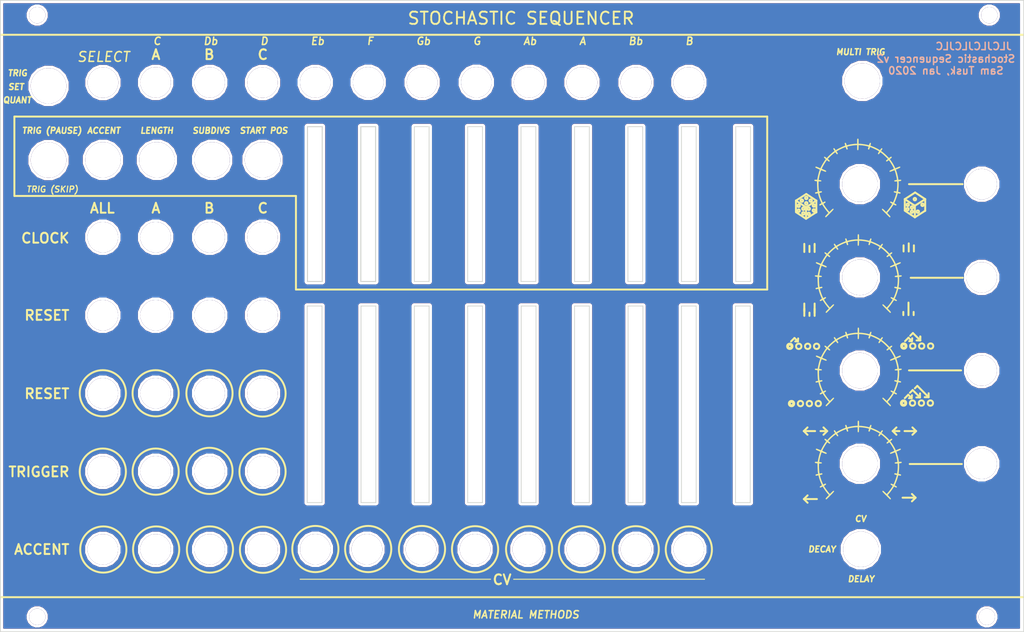
<source format=kicad_pcb>
(kicad_pcb (version 20171130) (host pcbnew "(5.0.1)-3")
  (layers (0 F.Cu signal) (31 B.Cu signal) (34 B.Paste user hide) (35 F.Paste user hide) (36 B.SilkS user hide) (37 F.SilkS user hide) (38 B.Mask user hide) (39 F.Mask user hide) (44 Edge.Cuts user))
  (net 0 "")
  (module "Eurocad:Eurorack jack hole" (layer F.Cu) (at 265.1 115.95)
    (fp_text reference "" hide)
    (fp_text value "Eurorack jack hole")
    (pad 1 thru_hole circle (at 0 0) (size 6.2 6.2) (drill 6.2) (layers *.Cu *.Mask))
  )
  (module "Eurocad:Eurorack jack hole" (layer F.Cu) (at 265.1 59.05)
    (fp_text reference "" hide)
    (fp_text value "Eurorack jack hole")
    (pad 1 thru_hole circle (at 0 0) (size 6.2 6.2) (drill 6.2) (layers *.Cu *.Mask))
  )
  (module "Eurocad:Eurorack jack hole" (layer F.Cu) (at 265.1 96.975)
    (fp_text reference "" hide)
    (fp_text value "Eurorack jack hole")
    (pad 1 thru_hole circle (at 0 0) (size 6.2 6.2) (drill 6.2) (layers *.Cu *.Mask))
  )
  (module "Eurocad:Eurorack jack hole" (layer F.Cu) (at 265.1 78.025)
    (fp_text reference "" hide)
    (fp_text value "Eurorack jack hole")
    (pad 1 thru_hole circle (at 0 0) (size 6.2 6.2) (drill 6.2) (layers *.Cu *.Mask))
  )
  (module "Eurocad:9mm alpha jack hole" (layer F.Cu) (at 240.3 59.05)
    (fp_text reference "" hide)
    (fp_text value "9mm alpha jack hole")
    (pad 1 thru_hole circle (at 0 0) (size 7.2 7.2) (drill 7.2) (layers *.Cu *.Mask))
  )
  (module "Eurocad:9mm alpha jack hole" (layer F.Cu) (at 240.3 115.95)
    (fp_text reference "" hide)
    (fp_text value "9mm alpha jack hole")
    (pad 1 thru_hole circle (at 0 0) (size 7.2 7.2) (drill 7.2) (layers *.Cu *.Mask))
  )
  (module "Eurocad:9mm alpha jack hole" (layer F.Cu) (at 240.8 38.05)
    (fp_text reference "" hide)
    (fp_text value "9mm alpha jack hole")
    (pad 1 thru_hole circle (at 0 0) (size 7.2 7.2) (drill 7.2) (layers *.Cu *.Mask))
  )
  (module "Eurocad:9mm alpha jack hole" (layer F.Cu) (at 240.3 78.025)
    (fp_text reference "" hide)
    (fp_text value "9mm alpha jack hole")
    (pad 1 thru_hole circle (at 0 0) (size 7.2 7.2) (drill 7.2) (layers *.Cu *.Mask))
  )
  (module "Eurocad:9mm alpha jack hole" (layer F.Cu) (at 240.3 96.975)
    (fp_text reference "" hide)
    (fp_text value "9mm alpha jack hole")
    (pad 1 thru_hole circle (at 0 0) (size 7.2 7.2) (drill 7.2) (layers *.Cu *.Mask))
  )
  (module "Eurocad:9mm alpha jack hole" (layer F.Cu) (at 240.5 133.35)
    (fp_text reference "" hide)
    (fp_text value "9mm alpha jack hole")
    (pad 1 thru_hole circle (at 0 0) (size 7.2 7.2) (drill 7.2) (layers *.Cu *.Mask))
  )
  (module Eurocad:KnobTicks (layer F.Cu) (at 239.9 115.95)
    (fp_text reference "" hide)
    (fp_text value "" hide)
  )
  (module Eurocad:KnobTicks (layer F.Cu) (at 239.9 78)
    (fp_text reference "" hide)
    (fp_text value "" hide)
  )
  (module Eurocad:KnobTicks (layer F.Cu) (at 239.9 97)
    (fp_text reference "" hide)
    (fp_text value "" hide)
  )
  (module "Eurocad:Eurorack jack hole" (layer F.Cu) (at 86.25 69.85)
    (fp_text reference "" hide)
    (fp_text value "Eurorack jack hole")
    (pad 1 thru_hole circle (at 0 0) (size 6.2 6.2) (drill 6.2) (layers *.Cu *.Mask))
  )
  (module "Eurocad:Eurorack jack hole" (layer F.Cu) (at 97 69.85)
    (fp_text reference "" hide)
    (fp_text value "Eurorack jack hole")
    (pad 1 thru_hole circle (at 0 0) (size 6.2 6.2) (drill 6.2) (layers *.Cu *.Mask))
  )
  (module "Eurocad:Eurorack jack hole" (layer F.Cu) (at 108 69.85)
    (fp_text reference "" hide)
    (fp_text value "Eurorack jack hole")
    (pad 1 thru_hole circle (at 0 0) (size 6.2 6.2) (drill 6.2) (layers *.Cu *.Mask))
  )
  (module "Eurocad:Eurorack jack hole" (layer F.Cu) (at 118.75 69.85)
    (fp_text reference "" hide)
    (fp_text value "Eurorack jack hole")
    (pad 1 thru_hole circle (at 0 0) (size 6.2 6.2) (drill 6.2) (layers *.Cu *.Mask))
  )
  (module "Eurocad:Eurorack jack hole" (layer F.Cu) (at 118.75 85.725)
    (fp_text reference "" hide)
    (fp_text value "Eurorack jack hole")
    (pad 1 thru_hole circle (at 0 0) (size 6.2 6.2) (drill 6.2) (layers *.Cu *.Mask))
  )
  (module "Eurocad:Eurorack jack hole" (layer F.Cu) (at 108 85.725)
    (fp_text reference "" hide)
    (fp_text value "Eurorack jack hole")
    (pad 1 thru_hole circle (at 0 0) (size 6.2 6.2) (drill 6.2) (layers *.Cu *.Mask))
  )
  (module "Eurocad:Eurorack jack hole" (layer F.Cu) (at 97 85.725)
    (fp_text reference "" hide)
    (fp_text value "Eurorack jack hole")
    (pad 1 thru_hole circle (at 0 0) (size 6.2 6.2) (drill 6.2) (layers *.Cu *.Mask))
  )
  (module "Eurocad:Eurorack jack hole" (layer F.Cu) (at 86.25 85.725)
    (fp_text reference "" hide)
    (fp_text value "Eurorack jack hole")
    (pad 1 thru_hole circle (at 0 0) (size 6.2 6.2) (drill 6.2) (layers *.Cu *.Mask))
  )
  (module "Eurocad:Eurorack jack hole" (layer F.Cu) (at 86.25 101.6)
    (fp_text reference "" hide)
    (fp_text value "Eurorack jack hole")
    (pad 1 thru_hole circle (at 0 0) (size 6.2 6.2) (drill 6.2) (layers *.Cu *.Mask))
  )
  (module "Eurocad:Eurorack jack hole" (layer F.Cu) (at 97 101.6)
    (fp_text reference "" hide)
    (fp_text value "Eurorack jack hole")
    (pad 1 thru_hole circle (at 0 0) (size 6.2 6.2) (drill 6.2) (layers *.Cu *.Mask))
  )
  (module "Eurocad:Eurorack jack hole" (layer F.Cu) (at 108 101.6)
    (fp_text reference "" hide)
    (fp_text value "Eurorack jack hole")
    (pad 1 thru_hole circle (at 0 0) (size 6.2 6.2) (drill 6.2) (layers *.Cu *.Mask))
  )
  (module "Eurocad:Eurorack jack hole" (layer F.Cu) (at 118.75 101.6)
    (fp_text reference "" hide)
    (fp_text value "Eurorack jack hole")
    (pad 1 thru_hole circle (at 0 0) (size 6.2 6.2) (drill 6.2) (layers *.Cu *.Mask))
  )
  (module "Eurocad:Eurorack jack hole" (layer F.Cu) (at 118.75 117.475)
    (fp_text reference "" hide)
    (fp_text value "Eurorack jack hole")
    (pad 1 thru_hole circle (at 0 0) (size 6.2 6.2) (drill 6.2) (layers *.Cu *.Mask))
  )
  (module "Eurocad:Eurorack jack hole" (layer F.Cu) (at 108 117.475)
    (fp_text reference "" hide)
    (fp_text value "Eurorack jack hole")
    (pad 1 thru_hole circle (at 0 0) (size 6.2 6.2) (drill 6.2) (layers *.Cu *.Mask))
  )
  (module "Eurocad:Eurorack jack hole" (layer F.Cu) (at 97 117.475)
    (fp_text reference "" hide)
    (fp_text value "Eurorack jack hole")
    (pad 1 thru_hole circle (at 0 0) (size 6.2 6.2) (drill 6.2) (layers *.Cu *.Mask))
  )
  (module "Eurocad:Eurorack jack hole" (layer F.Cu) (at 86.25 117.5)
    (fp_text reference "" hide)
    (fp_text value "Eurorack jack hole")
    (pad 1 thru_hole circle (at 0 0) (size 6.2 6.2) (drill 6.2) (layers *.Cu *.Mask))
  )
  (module "Eurocad:Eurorack jack hole" (layer F.Cu) (at 86.25 133.375)
    (fp_text reference "" hide)
    (fp_text value "Eurorack jack hole")
    (pad 1 thru_hole circle (at 0 0) (size 6.2 6.2) (drill 6.2) (layers *.Cu *.Mask))
  )
  (module "Eurocad:Eurorack jack hole" (layer F.Cu) (at 97 133.375)
    (fp_text reference "" hide)
    (fp_text value "Eurorack jack hole")
    (pad 1 thru_hole circle (at 0 0) (size 6.2 6.2) (drill 6.2) (layers *.Cu *.Mask))
  )
  (module "Eurocad:Eurorack jack hole" (layer F.Cu) (at 108 133.375)
    (fp_text reference "" hide)
    (fp_text value "Eurorack jack hole")
    (pad 1 thru_hole circle (at 0 0) (size 6.2 6.2) (drill 6.2) (layers *.Cu *.Mask))
  )
  (module "Eurocad:Eurorack jack hole" (layer F.Cu) (at 118.75 133.375)
    (fp_text reference "" hide)
    (fp_text value "Eurorack jack hole")
    (pad 1 thru_hole circle (at 0 0) (size 6.2 6.2) (drill 6.2) (layers *.Cu *.Mask))
  )
  (module "Eurocad:Eurorack jack hole" (layer F.Cu) (at 129.5 133.35)
    (fp_text reference "" hide)
    (fp_text value "Eurorack jack hole")
    (pad 1 thru_hole circle (at 0 0) (size 6.2 6.2) (drill 6.2) (layers *.Cu *.Mask))
  )
  (module "Eurocad:Eurorack jack hole" (layer F.Cu) (at 140 133.35)
    (fp_text reference "" hide)
    (fp_text value "Eurorack jack hole")
    (pad 1 thru_hole circle (at 0 0) (size 6.2 6.2) (drill 6.2) (layers *.Cu *.Mask))
  )
  (module "Eurocad:Eurorack jack hole" (layer F.Cu) (at 151 133.35)
    (fp_text reference "" hide)
    (fp_text value "Eurorack jack hole")
    (pad 1 thru_hole circle (at 0 0) (size 6.2 6.2) (drill 6.2) (layers *.Cu *.Mask))
  )
  (module "Eurocad:Eurorack jack hole" (layer F.Cu) (at 162 133.35)
    (fp_text reference "" hide)
    (fp_text value "Eurorack jack hole")
    (pad 1 thru_hole circle (at 0 0) (size 6.2 6.2) (drill 6.2) (layers *.Cu *.Mask))
  )
  (module "Eurocad:Eurorack jack hole" (layer F.Cu) (at 172.75 133.35)
    (fp_text reference "" hide)
    (fp_text value "Eurorack jack hole")
    (pad 1 thru_hole circle (at 0 0) (size 6.2 6.2) (drill 6.2) (layers *.Cu *.Mask))
  )
  (module "Eurocad:Eurorack jack hole" (layer F.Cu) (at 183.75 133.35)
    (fp_text reference "" hide)
    (fp_text value "Eurorack jack hole")
    (pad 1 thru_hole circle (at 0 0) (size 6.2 6.2) (drill 6.2) (layers *.Cu *.Mask))
  )
  (module "Eurocad:Eurorack jack hole" (layer F.Cu) (at 194.75 133.35)
    (fp_text reference "" hide)
    (fp_text value "Eurorack jack hole")
    (pad 1 thru_hole circle (at 0 0) (size 6.2 6.2) (drill 6.2) (layers *.Cu *.Mask))
  )
  (module "Eurocad:Eurorack jack hole" (layer F.Cu) (at 205.5 133.35)
    (fp_text reference "" hide)
    (fp_text value "Eurorack jack hole")
    (pad 1 thru_hole circle (at 0 0) (size 6.2 6.2) (drill 6.2) (layers *.Cu *.Mask))
  )
  (module "Eurocad:Eurorack jack hole" (layer F.Cu) (at 86.275 38.375)
    (fp_text reference "" hide)
    (fp_text value "Eurorack jack hole")
    (pad 1 thru_hole circle (at 0 0) (size 6.2 6.2) (drill 6.2) (layers *.Cu *.Mask))
  )
  (module "Eurocad:Eurorack jack hole" (layer F.Cu) (at 97 38.35)
    (fp_text reference "" hide)
    (fp_text value "Eurorack jack hole")
    (pad 1 thru_hole circle (at 0 0) (size 6.2 6.2) (drill 6.2) (layers *.Cu *.Mask))
  )
  (module "Eurocad:Eurorack jack hole" (layer F.Cu) (at 108 38.35)
    (fp_text reference "" hide)
    (fp_text value "Eurorack jack hole")
    (pad 1 thru_hole circle (at 0 0) (size 6.2 6.2) (drill 6.2) (layers *.Cu *.Mask))
  )
  (module "Eurocad:Eurorack jack hole" (layer F.Cu) (at 118.75 38.375)
    (fp_text reference "" hide)
    (fp_text value "Eurorack jack hole")
    (pad 1 thru_hole circle (at 0 0) (size 6.2 6.2) (drill 6.2) (layers *.Cu *.Mask))
  )
  (module "Eurocad:Eurorack jack hole" (layer F.Cu) (at 129.475 38.35)
    (fp_text reference "" hide)
    (fp_text value "Eurorack jack hole")
    (pad 1 thru_hole circle (at 0 0) (size 6.2 6.2) (drill 6.2) (layers *.Cu *.Mask))
  )
  (module "Eurocad:Eurorack jack hole" (layer F.Cu) (at 140.25 38.325)
    (fp_text reference "" hide)
    (fp_text value "Eurorack jack hole")
    (pad 1 thru_hole circle (at 0 0) (size 6.2 6.2) (drill 6.2) (layers *.Cu *.Mask))
  )
  (module "Eurocad:Eurorack jack hole" (layer F.Cu) (at 151.225 38.35)
    (fp_text reference "" hide)
    (fp_text value "Eurorack jack hole")
    (pad 1 thru_hole circle (at 0 0) (size 6.2 6.2) (drill 6.2) (layers *.Cu *.Mask))
  )
  (module "Eurocad:Eurorack jack hole" (layer F.Cu) (at 162.25 38.325)
    (fp_text reference "" hide)
    (fp_text value "Eurorack jack hole")
    (pad 1 thru_hole circle (at 0 0) (size 6.2 6.2) (drill 6.2) (layers *.Cu *.Mask))
  )
  (module "Eurocad:Eurorack jack hole" (layer F.Cu) (at 173 38.35)
    (fp_text reference "" hide)
    (fp_text value "Eurorack jack hole")
    (pad 1 thru_hole circle (at 0 0) (size 6.2 6.2) (drill 6.2) (layers *.Cu *.Mask))
  )
  (module "Eurocad:Eurorack jack hole" (layer F.Cu) (at 183.75 38.35)
    (fp_text reference "" hide)
    (fp_text value "Eurorack jack hole")
    (pad 1 thru_hole circle (at 0 0) (size 6.2 6.2) (drill 6.2) (layers *.Cu *.Mask))
  )
  (module "Eurocad:Eurorack jack hole" (layer F.Cu) (at 194.75 38.35)
    (fp_text reference "" hide)
    (fp_text value "Eurorack jack hole")
    (pad 1 thru_hole circle (at 0 0) (size 6.2 6.2) (drill 6.2) (layers *.Cu *.Mask))
  )
  (module "Eurocad:Eurorack jack hole" (layer F.Cu) (at 205.5 38.35)
    (fp_text reference "" hide)
    (fp_text value "Eurorack jack hole")
    (pad 1 thru_hole circle (at 0 0) (size 6.2 6.2) (drill 6.2) (layers *.Cu *.Mask))
  )
  (module "Eurocad:9mm alpha jack hole" (layer F.Cu) (at 75.2 39.05)
    (fp_text reference "" hide)
    (fp_text value "9mm alpha jack hole")
    (pad 1 thru_hole circle (at 0 0) (size 7.2 7.2) (drill 7.2) (layers *.Cu *.Mask))
  )
  (module "Eurocad:9mm alpha jack hole" (layer F.Cu) (at 75.2 54.15)
    (fp_text reference "" hide)
    (fp_text value "9mm alpha jack hole")
    (pad 1 thru_hole circle (at 0 0) (size 7.2 7.2) (drill 7.2) (layers *.Cu *.Mask))
  )
  (module "Eurocad:9mm alpha jack hole" (layer F.Cu) (at 86.275 54.1)
    (fp_text reference "" hide)
    (fp_text value "9mm alpha jack hole")
    (pad 1 thru_hole circle (at 0 0) (size 7.2 7.2) (drill 7.2) (layers *.Cu *.Mask))
  )
  (module "Eurocad:9mm alpha jack hole" (layer F.Cu) (at 97.25 54.1)
    (fp_text reference "" hide)
    (fp_text value "9mm alpha jack hole")
    (pad 1 thru_hole circle (at 0 0) (size 7.2 7.2) (drill 7.2) (layers *.Cu *.Mask))
  )
  (module "Eurocad:9mm alpha jack hole" (layer F.Cu) (at 108.5 54.1)
    (fp_text reference "" hide)
    (fp_text value "9mm alpha jack hole")
    (pad 1 thru_hole circle (at 0 0) (size 7.2 7.2) (drill 7.2) (layers *.Cu *.Mask))
  )
  (module "Eurocad:9mm alpha jack hole" (layer F.Cu) (at 118.75 54.1)
    (fp_text reference "" hide)
    (fp_text value "9mm alpha jack hole")
    (pad 1 thru_hole circle (at 0 0) (size 7.2 7.2) (drill 7.2) (layers *.Cu *.Mask))
  )
  (module Eurocad:KnobTicks (layer F.Cu) (at 239.8 58.55)
    (fp_text reference "" hide)
    (fp_text value "" hide)
  )
  (module "Eurocad:Eurorack Rail Hole" (layer F.Cu) (at 72.9 24.65)
    (fp_text reference REF** hide)
    (fp_text value "Eurorack Rail Hole" hide)
    (pad 1 thru_hole circle (at 0 0) (size 3.3 3.3) (drill 3.3) (layers *.Cu *.Mask))
  )
  (module "Eurocad:Eurorack Rail Hole" (layer F.Cu) (at 266.65 24.65)
    (fp_text reference REF** hide)
    (fp_text value "Eurorack Rail Hole" hide)
    (pad 1 thru_hole circle (at 0 0) (size 3.3 3.3) (drill 3.3) (layers *.Cu *.Mask))
  )
  (module "Eurocad:Eurorack Rail Hole" (layer F.Cu) (at 266.15 147.1)
    (fp_text reference REF** hide)
    (fp_text value "Eurorack Rail Hole" hide)
    (pad 1 thru_hole circle (at 0 0) (size 3.3 3.3) (drill 3.3) (layers *.Cu *.Mask))
  )
  (module "Eurocad:Eurorack Rail Hole" (layer F.Cu) (at 72.9 147.1)
    (fp_text reference REF** hide)
    (fp_text value "Eurorack Rail Hole" hide)
    (pad 1 thru_hole circle (at 0 0) (size 3.3 3.3) (drill 3.3) (layers *.Cu *.Mask))
  )
  (gr_text "Stochastic Sequencer v2\nSam Tusk, Jan 2020" (at 257.8 34.75) (layer B.SilkS) (effects (font (size 1.5 1.5) (thickness 0.3)) (justify mirror)))
  (gr_text JLCJLCJLCJLC (at 263.45 31) (layer B.SilkS) (effects (font (size 1.5 1.5) (thickness 0.3)) (justify mirror)))
  (gr_line (start 249.2 72.75) (end 249.2 71.5) (layer F.SilkS) (width 0.4))
  (gr_line (start 251.3 72.75) (end 251.3 71.5) (layer F.SilkS) (width 0.4))
  (gr_line (start 250.25 72.75) (end 250.25 71.1) (layer F.SilkS) (width 0.4))
  (gr_circle (center 226.05 92.05) (end 226.15 91.95) (layer F.SilkS) (width 0.4))
  (gr_circle (center 226.05 92.05) (end 226.5 91.75) (layer F.SilkS) (width 0.4))
  (gr_circle (center 227.866666 92.05) (end 228.316666 91.75) (layer F.SilkS) (width 0.4))
  (gr_line (start 226.3 91.05) (end 227 90.35) (layer F.SilkS) (width 0.4))
  (gr_line (start 227.7 91.05) (end 227.15 91.05) (layer F.SilkS) (width 0.4))
  (gr_circle (center 231.5 92.05) (end 231.95 91.75) (layer F.SilkS) (width 0.4))
  (gr_line (start 227.7 91.05) (end 227.75 90.45) (layer F.SilkS) (width 0.4))
  (gr_line (start 227 90.35) (end 227.7 91.05) (layer F.SilkS) (width 0.4))
  (gr_circle (center 229.683332 92.05) (end 230.133332 91.75) (layer F.SilkS) (width 0.4))
  (gr_circle (center 249.25 92) (end 249.35 91.9) (layer F.SilkS) (width 0.4))
  (gr_circle (center 249.25 92) (end 249.7 91.7) (layer F.SilkS) (width 0.4))
  (gr_line (start 252.6 90.05) (end 252.55 90.75) (layer F.SilkS) (width 0.4))
  (gr_circle (center 251.066666 92) (end 251.516666 91.7) (layer F.SilkS) (width 0.4))
  (gr_line (start 250.55 89.9) (end 251.1 89.35) (layer F.SilkS) (width 0.4))
  (gr_line (start 249.5 91) (end 250.2 90.3) (layer F.SilkS) (width 0.4))
  (gr_line (start 250.9 91) (end 250.35 91) (layer F.SilkS) (width 0.4))
  (gr_circle (center 254.7 92) (end 255.15 91.7) (layer F.SilkS) (width 0.4))
  (gr_line (start 250.9 91) (end 250.95 90.4) (layer F.SilkS) (width 0.4))
  (gr_line (start 250.2 90.3) (end 250.9 91) (layer F.SilkS) (width 0.4))
  (gr_line (start 252.6 90.85) (end 252.6 90.05) (layer F.SilkS) (width 0.4))
  (gr_line (start 252.6 90.85) (end 251.85 90.85) (layer F.SilkS) (width 0.4))
  (gr_circle (center 252.883332 92) (end 253.333332 91.7) (layer F.SilkS) (width 0.4))
  (gr_line (start 251.1 89.35) (end 252.6 90.85) (layer F.SilkS) (width 0.4))
  (gr_line (start 232.3 109.3) (end 233.65 109.3) (layer F.SilkS) (width 0.4))
  (gr_line (start 228.9 109.3) (end 229.65 108.55) (layer F.SilkS) (width 0.4))
  (gr_line (start 233.65 109.3) (end 232.9 108.55) (layer F.SilkS) (width 0.4))
  (gr_line (start 228.9 109.3) (end 229.65 110.05) (layer F.SilkS) (width 0.4))
  (gr_line (start 231.2 109.3) (end 228.9 109.3) (layer F.SilkS) (width 0.4))
  (gr_line (start 233.65 109.3) (end 232.9 110.05) (layer F.SilkS) (width 0.4))
  (gr_line (start 254.3 102.4) (end 253.5 102.4) (layer F.SilkS) (width 0.4))
  (gr_line (start 254.3 102.4) (end 254.3 101.6) (layer F.SilkS) (width 0.4))
  (gr_line (start 252 100.1) (end 254.3 102.4) (layer F.SilkS) (width 0.4))
  (gr_line (start 251.5 100.6) (end 252 100.1) (layer F.SilkS) (width 0.4))
  (gr_line (start 252.55 102.45) (end 251.8 102.45) (layer F.SilkS) (width 0.4))
  (gr_line (start 252.55 101.65) (end 252.5 102.35) (layer F.SilkS) (width 0.4))
  (gr_line (start 252.55 102.45) (end 252.55 101.65) (layer F.SilkS) (width 0.4))
  (gr_line (start 251.05 100.95) (end 252.55 102.45) (layer F.SilkS) (width 0.4))
  (gr_line (start 250.5 101.5) (end 251.05 100.95) (layer F.SilkS) (width 0.4))
  (gr_circle (center 254.65 103.6) (end 255.1 103.3) (layer F.SilkS) (width 0.4))
  (gr_circle (center 249.2 103.6) (end 249.3 103.5) (layer F.SilkS) (width 0.4))
  (gr_circle (center 252.833332 103.6) (end 253.283332 103.3) (layer F.SilkS) (width 0.4))
  (gr_line (start 250.85 102.6) (end 250.9 102) (layer F.SilkS) (width 0.4))
  (gr_circle (center 249.2 103.6) (end 249.65 103.3) (layer F.SilkS) (width 0.4))
  (gr_line (start 249.45 102.6) (end 250.15 101.9) (layer F.SilkS) (width 0.4))
  (gr_line (start 250.85 102.6) (end 250.3 102.6) (layer F.SilkS) (width 0.4))
  (gr_circle (center 251.016666 103.6) (end 251.466666 103.3) (layer F.SilkS) (width 0.4))
  (gr_line (start 250.15 101.9) (end 250.85 102.6) (layer F.SilkS) (width 0.4))
  (gr_circle (center 226.4 103.7) (end 226.5 103.6) (layer F.SilkS) (width 0.4))
  (gr_circle (center 226.4 103.7) (end 226.85 103.4) (layer F.SilkS) (width 0.4))
  (gr_circle (center 228.216666 103.7) (end 228.666666 103.4) (layer F.SilkS) (width 0.4))
  (gr_circle (center 230.033332 103.7) (end 230.483332 103.4) (layer F.SilkS) (width 0.4))
  (gr_circle (center 231.85 103.7) (end 232.3 103.4) (layer F.SilkS) (width 0.4))
  (gr_line (start 248.35 109.3) (end 247 109.3) (layer F.SilkS) (width 0.4))
  (gr_line (start 247 109.3) (end 247.75 110.05) (layer F.SilkS) (width 0.4))
  (gr_line (start 247 109.3) (end 247.75 108.55) (layer F.SilkS) (width 0.4))
  (gr_line (start 249.4 109.3) (end 251.75 109.3) (layer F.SilkS) (width 0.4))
  (gr_line (start 251.75 109.3) (end 251 108.55) (layer F.SilkS) (width 0.4))
  (gr_line (start 251.75 109.3) (end 251 110.05) (layer F.SilkS) (width 0.4))
  (gr_line (start 231.564971 123.132794) (end 228.914971 123.132794) (layer F.SilkS) (width 0.4))
  (gr_line (start 228.914971 123.132794) (end 229.664971 123.882794) (layer F.SilkS) (width 0.4))
  (gr_line (start 228.914971 123.132794) (end 229.664971 122.382794) (layer F.SilkS) (width 0.4))
  (gr_line (start 251.65 122.85) (end 250.9 123.6) (layer F.SilkS) (width 0.4))
  (gr_line (start 251.65 122.85) (end 250.9 122.1) (layer F.SilkS) (width 0.4))
  (gr_line (start 249 122.85) (end 251.65 122.85) (layer F.SilkS) (width 0.4))
  (gr_line (start 251.25 85.7) (end 251.25 85.05) (layer F.SilkS) (width 0.4))
  (gr_line (start 250.2 85.7) (end 250.2 83.15) (layer F.SilkS) (width 0.4))
  (gr_line (start 249.15 85.7) (end 249.15 85.05) (layer F.SilkS) (width 0.4))
  (gr_line (start 229 84.9) (end 229 83.35) (layer F.SilkS) (width 0.4))
  (gr_line (start 231.1 85.25) (end 231.1 83.35) (layer F.SilkS) (width 0.4))
  (gr_line (start 229 85.85) (end 229 84.4) (layer F.SilkS) (width 0.4))
  (gr_line (start 231.1 85.85) (end 231.1 84.45) (layer F.SilkS) (width 0.4))
  (gr_line (start 230.05 85.85) (end 230.05 85.2) (layer F.SilkS) (width 0.4))
  (gr_line (start 231.1 84.5) (end 231.1 84.4) (layer F.SilkS) (width 0.4))
  (gr_line (start 229 72.85) (end 229 71.2) (layer F.SilkS) (width 0.4))
  (gr_line (start 231.1 71.5) (end 231.1 71.2) (layer F.SilkS) (width 0.4))
  (gr_line (start 231.1 72.85) (end 231.1 71.45) (layer F.SilkS) (width 0.4))
  (gr_line (start 230.05 72.85) (end 230.05 71.6) (layer F.SilkS) (width 0.4))
  (gr_circle (center 229.4 62.95) (end 229.45 62.95) (layer F.SilkS) (width 0.4))
  (gr_circle (center 230.3 62.4) (end 230.35 62.4) (layer F.SilkS) (width 0.4))
  (gr_circle (center 228.5 62.4) (end 228.55 62.4) (layer F.SilkS) (width 0.4))
  (gr_circle (center 230.95 64.4) (end 231 64.4) (layer F.SilkS) (width 0.4))
  (gr_circle (center 229.9 65.1) (end 229.95 65.1) (layer F.SilkS) (width 0.4))
  (gr_circle (center 229.9 64.05) (end 229.95 64.05) (layer F.SilkS) (width 0.4))
  (gr_circle (center 228.8 64.05) (end 228.85 64.05) (layer F.SilkS) (width 0.4))
  (gr_circle (center 228.8 65) (end 228.85 65) (layer F.SilkS) (width 0.4))
  (gr_circle (center 227.85 63.45) (end 227.9 63.45) (layer F.SilkS) (width 0.4))
  (gr_line (start 227.3 64.75) (end 229.35 66.1) (layer F.SilkS) (width 0.4))
  (gr_line (start 231.45 62.4) (end 231.45 64.8) (layer F.SilkS) (width 0.4))
  (gr_line (start 227.3 62.4) (end 229.35 63.75) (layer F.SilkS) (width 0.4))
  (gr_line (start 227.3 62.4) (end 227.3 64.7) (layer F.SilkS) (width 0.4))
  (gr_circle (center 227.85 64.45) (end 227.9 64.45) (layer F.SilkS) (width 0.4))
  (gr_circle (center 229.4 61.85) (end 229.45 61.85) (layer F.SilkS) (width 0.4))
  (gr_line (start 231.45 62.4) (end 229.35 63.75) (layer F.SilkS) (width 0.4))
  (gr_line (start 229.4 61.05) (end 227.3 62.4) (layer F.SilkS) (width 0.4))
  (gr_line (start 229.35 63.65) (end 229.35 66.05) (layer F.SilkS) (width 0.4))
  (gr_line (start 229.4 61.05) (end 231.45 62.4) (layer F.SilkS) (width 0.4))
  (gr_line (start 231.45 64.75) (end 229.35 66.1) (layer F.SilkS) (width 0.4))
  (gr_circle (center 230.95 63.4) (end 231 63.4) (layer F.SilkS) (width 0.4))
  (gr_circle (center 250.9 63.8) (end 250.95 63.8) (layer F.SilkS) (width 0.4))
  (gr_circle (center 250.9 64.65) (end 250.95 64.65) (layer F.SilkS) (width 0.4))
  (gr_circle (center 250.05 63.25) (end 250.1 63.25) (layer F.SilkS) (width 0.4))
  (gr_circle (center 250 64.15) (end 250.05 64.15) (layer F.SilkS) (width 0.4))
  (gr_circle (center 253.05 63.25) (end 253.1 63.25) (layer F.SilkS) (width 0.4))
  (gr_circle (center 252.1 64.65) (end 252.15 64.65) (layer F.SilkS) (width 0.4))
  (gr_circle (center 251.5 62.1) (end 251.55 62.1) (layer F.SilkS) (width 0.4))
  (gr_line (start 251.5 63.35) (end 251.5 65.75) (layer F.SilkS) (width 0.4))
  (gr_line (start 253.6 62.1) (end 253.6 64.5) (layer F.SilkS) (width 0.4))
  (gr_line (start 253.6 64.45) (end 251.5 65.8) (layer F.SilkS) (width 0.4))
  (gr_line (start 253.6 62.1) (end 251.5 63.45) (layer F.SilkS) (width 0.4))
  (gr_line (start 249.45 62.1) (end 251.5 63.45) (layer F.SilkS) (width 0.4))
  (gr_line (start 249.45 64.45) (end 251.5 65.8) (layer F.SilkS) (width 0.4))
  (gr_line (start 249.45 62.1) (end 249.45 64.4) (layer F.SilkS) (width 0.4))
  (gr_line (start 251.55 60.75) (end 249.45 62.1) (layer F.SilkS) (width 0.4))
  (gr_line (start 251.55 60.75) (end 253.6 62.1) (layer F.SilkS) (width 0.4))
  (gr_line (start 261.05 116) (end 250.45 116) (layer F.SilkS) (width 0.4))
  (gr_line (start 260.9 96.95) (end 250.3 96.95) (layer F.SilkS) (width 0.4))
  (gr_line (start 261.25 78.1) (end 250.65 78.1) (layer F.SilkS) (width 0.4))
  (gr_line (start 261.2 59.05) (end 250.3 59.05) (layer F.SilkS) (width 0.4))
  (gr_line (start 68.25 45.3) (end 68.6 45.3) (layer F.SilkS) (width 0.4))
  (gr_line (start 68.25 61.45) (end 68.25 45.3) (layer F.SilkS) (width 0.4))
  (gr_line (start 125.55 61.45) (end 68.25 61.45) (layer F.SilkS) (width 0.4))
  (gr_line (start 125.55 80.5) (end 125.55 61.45) (layer F.SilkS) (width 0.4))
  (gr_line (start 221.45 80.5) (end 125.55 80.5) (layer F.SilkS) (width 0.4))
  (gr_line (start 221.45 45.3) (end 221.45 80.5) (layer F.SilkS) (width 0.4))
  (gr_line (start 68.55 45.3) (end 221.45 45.3) (layer F.SilkS) (width 0.4))
  (gr_text "START POS" (at 119 48.15) (layer F.SilkS) (effects (font (size 1.2 1.2) (thickness 0.3) italic)))
  (gr_text SUBDIVS (at 108.3 48.15) (layer F.SilkS) (effects (font (size 1.2 1.2) (thickness 0.3) italic)))
  (gr_text LENGTH (at 97.25 48.15) (layer F.SilkS) (effects (font (size 1.2 1.2) (thickness 0.3) italic)))
  (gr_text ACCENT (at 86.45 48.15) (layer F.SilkS) (effects (font (size 1.2 1.2) (thickness 0.3) italic)))
  (gr_text "TRIG (SKIP)" (at 76 60.1) (layer F.SilkS) (effects (font (size 1.2 1.2) (thickness 0.25) italic)))
  (gr_text "TRIG (PAUSE)" (at 75.9 48.15) (layer F.SilkS) (effects (font (size 1.2 1.2) (thickness 0.3) italic)))
  (gr_text SELECT (at 86.4 33.15) (layer F.SilkS) (effects (font (size 2 2) (thickness 0.3) italic)))
  (gr_text TRIG (at 68.9 36.45) (layer F.SilkS) (effects (font (size 1.2 1.2) (thickness 0.3) italic)))
  (gr_text SET (at 68.6 39.25) (layer F.SilkS) (effects (font (size 1.2 1.2) (thickness 0.3) italic)))
  (gr_text QUANT (at 68.85 41.95) (layer F.SilkS) (effects (font (size 1.2 1.2) (thickness 0.3) italic)))
  (gr_text "MULTI TRIG" (at 240.45 32.15) (layer F.SilkS) (effects (font (size 1.2 1.2) (thickness 0.3) italic)))
  (gr_text DELAY (at 240.55 139.4) (layer F.SilkS) (effects (font (size 1.2 1.2) (thickness 0.3) italic)))
  (gr_text DECAY (at 232.6 133.35) (layer F.SilkS) (effects (font (size 1.2 1.2) (thickness 0.3) italic)))
  (gr_text CV (at 240.45 127.15) (layer F.SilkS) (effects (font (size 1.2 1.2) (thickness 0.3) italic)))
  (gr_text B (at 205.6 29.95) (layer F.SilkS) (effects (font (size 1.5 1.5) (thickness 0.3) italic)))
  (gr_text Bb (at 194.691428 29.95) (layer F.SilkS) (effects (font (size 1.5 1.5) (thickness 0.3) italic)))
  (gr_text A (at 183.89 29.95) (layer F.SilkS) (effects (font (size 1.5 1.5) (thickness 0.3) italic)))
  (gr_text Ab (at 173.195714 29.95) (layer F.SilkS) (effects (font (size 1.5 1.5) (thickness 0.3) italic)))
  (gr_text G (at 162.394286 29.95) (layer F.SilkS) (effects (font (size 1.5 1.5) (thickness 0.3) italic)))
  (gr_text Gb (at 151.485714 29.95) (layer F.SilkS) (effects (font (size 1.5 1.5) (thickness 0.3) italic)))
  (gr_text F (at 140.684286 29.95) (layer F.SilkS) (effects (font (size 1.5 1.5) (thickness 0.3) italic)))
  (gr_text Eb (at 129.954286 29.95) (layer F.SilkS) (effects (font (size 1.5 1.5) (thickness 0.3) italic)))
  (gr_text D (at 119.117143 29.95) (layer F.SilkS) (effects (font (size 1.5 1.5) (thickness 0.3) italic)))
  (gr_text Db (at 108.208571 29.95) (layer F.SilkS) (effects (font (size 1.5 1.5) (thickness 0.3) italic)))
  (gr_text C (at 97.3 29.95) (layer F.SilkS) (effects (font (size 1.5 1.5) (thickness 0.3) italic)))
  (gr_text A (at 97.05 32.7) (layer F.SilkS) (effects (font (size 2 2) (thickness 0.4))))
  (gr_text C (at 118.8 32.7) (layer F.SilkS) (effects (font (size 2 2) (thickness 0.4))))
  (gr_text B (at 107.9 32.7) (layer F.SilkS) (effects (font (size 2 2) (thickness 0.4))))
  (gr_circle (center 194.7 133.35) (end 199.4 133.35) (layer F.SilkS) (width 0.4))
  (gr_circle (center 173 133.35) (end 177.7 133.35) (layer F.SilkS) (width 0.4))
  (gr_circle (center 183.75 133.35) (end 188.45 133.35) (layer F.SilkS) (width 0.4))
  (gr_circle (center 205.5 133.4) (end 210.2 133.4) (layer F.SilkS) (width 0.4))
  (gr_circle (center 151.2 133.3) (end 155.9 133.3) (layer F.SilkS) (width 0.4))
  (gr_circle (center 129.5 133.3) (end 134.2 133.3) (layer F.SilkS) (width 0.4))
  (gr_circle (center 140.25 133.3) (end 144.95 133.3) (layer F.SilkS) (width 0.4))
  (gr_circle (center 162 133.35) (end 166.7 133.35) (layer F.SilkS) (width 0.4))
  (gr_circle (center 108.05 133.4) (end 112.75 133.4) (layer F.SilkS) (width 0.4))
  (gr_circle (center 86.35 133.4) (end 91.05 133.4) (layer F.SilkS) (width 0.4))
  (gr_circle (center 97.1 133.4) (end 101.8 133.4) (layer F.SilkS) (width 0.4))
  (gr_circle (center 118.85 133.45) (end 123.55 133.45) (layer F.SilkS) (width 0.4))
  (gr_circle (center 86.25 117.55) (end 90.95 117.55) (layer F.SilkS) (width 0.4))
  (gr_circle (center 97 117.55) (end 101.7 117.55) (layer F.SilkS) (width 0.4))
  (gr_circle (center 107.95 117.4) (end 112.65 117.4) (layer F.SilkS) (width 0.4))
  (gr_circle (center 118.75 117.55) (end 123.45 117.55) (layer F.SilkS) (width 0.4))
  (gr_circle (center 118.75 101.65) (end 123.45 101.65) (layer F.SilkS) (width 0.4))
  (gr_circle (center 107.95 101.6) (end 112.65 101.6) (layer F.SilkS) (width 0.4))
  (gr_circle (center 97 101.6) (end 101.7 101.6) (layer F.SilkS) (width 0.4))
  (gr_circle (center 86.25 101.6) (end 90.95 101.6) (layer F.SilkS) (width 0.4))
  (gr_line (start 169.85 139.45) (end 208.7 139.45) (layer F.SilkS) (width 0.2))
  (gr_line (start 165.15 139.45) (end 126.4 139.45) (layer F.SilkS) (width 0.2))
  (gr_text CV (at 167.5 139.55) (layer F.SilkS) (effects (font (size 2 2) (thickness 0.4))))
  (gr_text C (at 118.8 63.95) (layer F.SilkS) (effects (font (size 2 2) (thickness 0.4))))
  (gr_text B (at 107.9 63.95) (layer F.SilkS) (effects (font (size 2 2) (thickness 0.4))))
  (gr_text A (at 97.05 63.95) (layer F.SilkS) (effects (font (size 2 2) (thickness 0.4))))
  (gr_text ALL (at 86.15 63.95) (layer F.SilkS) (effects (font (size 2 2) (thickness 0.4))))
  (gr_text ACCENT (at 73.821428 133.4) (layer F.SilkS) (effects (font (size 2 2) (thickness 0.4))))
  (gr_text TRIGGER (at 73.25 117.6) (layer F.SilkS) (effects (font (size 2 2) (thickness 0.4))))
  (gr_text RESET (at 74.869047 101.7) (layer F.SilkS) (effects (font (size 2 2) (thickness 0.4))))
  (gr_text RESET (at 74.869047 85.75) (layer F.SilkS) (effects (font (size 2 2) (thickness 0.4))))
  (gr_text CLOCK (at 74.535714 70.05) (layer F.SilkS) (effects (font (size 2 2) (thickness 0.4))))
  (gr_text "STOCHASTIC SEQUENCER" (at 171.35 25.3) (layer F.SilkS) (effects (font (size 2.5 2.5) (thickness 0.375))))
  (gr_text "MATERIAL METHODS" (at 172.35 146.65) (layer F.SilkS) (effects (font (size 1.5 1.5) (thickness 0.3) italic)))
  (gr_line (start 65.6 143.1) (end 273.45 143.1) (layer F.SilkS) (width 0.4))
  (gr_line (start 65.55 28.65) (end 273.5 28.65) (layer F.SilkS) (width 0.4))
  (gr_line (start 215 123.85) (end 215 83.85) (layer Edge.Cuts) (width 0.15))
  (gr_line (start 218 123.85) (end 215 123.85) (layer Edge.Cuts) (width 0.15))
  (gr_line (start 218 83.85) (end 218 123.85) (layer Edge.Cuts) (width 0.15))
  (gr_line (start 215 83.85) (end 218 83.85) (layer Edge.Cuts) (width 0.15))
  (gr_line (start 204 83.9) (end 204 83.85) (layer Edge.Cuts) (width 0.15))
  (gr_line (start 204 123.85) (end 204 83.9) (layer Edge.Cuts) (width 0.15))
  (gr_line (start 207 123.85) (end 204 123.85) (layer Edge.Cuts) (width 0.15))
  (gr_line (start 207 83.85) (end 207 123.85) (layer Edge.Cuts) (width 0.15))
  (gr_line (start 204 83.85) (end 207 83.85) (layer Edge.Cuts) (width 0.15))
  (gr_line (start 193.15 123.85) (end 193.15 83.85) (layer Edge.Cuts) (width 0.15))
  (gr_line (start 196.15 123.85) (end 193.15 123.85) (layer Edge.Cuts) (width 0.15))
  (gr_line (start 196.15 83.85) (end 196.15 123.85) (layer Edge.Cuts) (width 0.15))
  (gr_line (start 193.15 83.85) (end 196.15 83.85) (layer Edge.Cuts) (width 0.15))
  (gr_line (start 182.25 123.85) (end 182.25 83.85) (layer Edge.Cuts) (width 0.15))
  (gr_line (start 185.25 123.85) (end 182.25 123.85) (layer Edge.Cuts) (width 0.15))
  (gr_line (start 185.25 83.85) (end 185.25 123.85) (layer Edge.Cuts) (width 0.15))
  (gr_line (start 182.25 83.85) (end 185.25 83.85) (layer Edge.Cuts) (width 0.15))
  (gr_line (start 171.4 123.85) (end 171.4 83.85) (layer Edge.Cuts) (width 0.15))
  (gr_line (start 174.4 123.85) (end 171.4 123.85) (layer Edge.Cuts) (width 0.15))
  (gr_line (start 174.4 83.85) (end 174.4 123.85) (layer Edge.Cuts) (width 0.15))
  (gr_line (start 171.4 83.85) (end 174.4 83.85) (layer Edge.Cuts) (width 0.15))
  (gr_line (start 160.5 123.85) (end 160.5 83.85) (layer Edge.Cuts) (width 0.15))
  (gr_line (start 163.5 123.85) (end 160.5 123.85) (layer Edge.Cuts) (width 0.15))
  (gr_line (start 163.5 123.8) (end 163.5 123.85) (layer Edge.Cuts) (width 0.15))
  (gr_line (start 163.5 83.85) (end 163.5 123.8) (layer Edge.Cuts) (width 0.15))
  (gr_line (start 160.5 83.85) (end 163.5 83.85) (layer Edge.Cuts) (width 0.15))
  (gr_line (start 149.65 123.85) (end 149.65 83.85) (layer Edge.Cuts) (width 0.15))
  (gr_line (start 152.65 123.85) (end 149.65 123.85) (layer Edge.Cuts) (width 0.15))
  (gr_line (start 152.65 83.85) (end 152.65 123.85) (layer Edge.Cuts) (width 0.15))
  (gr_line (start 149.65 83.85) (end 152.65 83.85) (layer Edge.Cuts) (width 0.15))
  (gr_line (start 138.8 123.85) (end 138.8 83.85) (layer Edge.Cuts) (width 0.15))
  (gr_line (start 141.8 123.85) (end 138.8 123.85) (layer Edge.Cuts) (width 0.15))
  (gr_line (start 141.8 83.85) (end 141.8 123.85) (layer Edge.Cuts) (width 0.15))
  (gr_line (start 138.8 83.85) (end 141.8 83.85) (layer Edge.Cuts) (width 0.15))
  (gr_line (start 127.85 123.85) (end 127.85 83.85) (layer Edge.Cuts) (width 0.15))
  (gr_line (start 130.85 123.85) (end 127.85 123.85) (layer Edge.Cuts) (width 0.15))
  (gr_line (start 130.85 83.85) (end 130.85 123.85) (layer Edge.Cuts) (width 0.15))
  (gr_line (start 127.85 83.85) (end 130.85 83.85) (layer Edge.Cuts) (width 0.15))
  (gr_line (start 215.05 78.85) (end 215.05 47.35) (layer Edge.Cuts) (width 0.15))
  (gr_line (start 218.05 78.85) (end 215.05 78.85) (layer Edge.Cuts) (width 0.15))
  (gr_line (start 218.05 47.35) (end 218.05 78.85) (layer Edge.Cuts) (width 0.15))
  (gr_line (start 215.05 47.35) (end 218.05 47.35) (layer Edge.Cuts) (width 0.15))
  (gr_line (start 204 78.85) (end 204 47.35) (layer Edge.Cuts) (width 0.15))
  (gr_line (start 207 78.85) (end 204 78.85) (layer Edge.Cuts) (width 0.15))
  (gr_line (start 207 47.35) (end 207 78.85) (layer Edge.Cuts) (width 0.15))
  (gr_line (start 204 47.35) (end 207 47.35) (layer Edge.Cuts) (width 0.15))
  (gr_line (start 193.1 78.85) (end 193.1 47.35) (layer Edge.Cuts) (width 0.15))
  (gr_line (start 196.1 78.85) (end 193.1 78.85) (layer Edge.Cuts) (width 0.15))
  (gr_line (start 196.1 47.35) (end 196.1 78.85) (layer Edge.Cuts) (width 0.15))
  (gr_line (start 193.1 47.35) (end 196.1 47.35) (layer Edge.Cuts) (width 0.15))
  (gr_line (start 182.25 78.85) (end 182.25 47.35) (layer Edge.Cuts) (width 0.15))
  (gr_line (start 185.25 78.85) (end 182.25 78.85) (layer Edge.Cuts) (width 0.15))
  (gr_line (start 185.25 47.35) (end 185.25 78.85) (layer Edge.Cuts) (width 0.15))
  (gr_line (start 182.25 47.35) (end 185.25 47.35) (layer Edge.Cuts) (width 0.15))
  (gr_line (start 171.35 78.85) (end 171.35 47.35) (layer Edge.Cuts) (width 0.15))
  (gr_line (start 174.35 78.85) (end 171.35 78.85) (layer Edge.Cuts) (width 0.15))
  (gr_line (start 174.35 47.35) (end 174.35 78.85) (layer Edge.Cuts) (width 0.15))
  (gr_line (start 171.35 47.35) (end 174.35 47.35) (layer Edge.Cuts) (width 0.15))
  (gr_line (start 160.5 78.85) (end 160.5 47.35) (layer Edge.Cuts) (width 0.15))
  (gr_line (start 163.5 78.85) (end 160.5 78.85) (layer Edge.Cuts) (width 0.15))
  (gr_line (start 163.5 47.35) (end 163.5 78.85) (layer Edge.Cuts) (width 0.15))
  (gr_line (start 160.5 47.35) (end 163.5 47.35) (layer Edge.Cuts) (width 0.15))
  (gr_line (start 149.65 78.85) (end 149.65 47.4) (layer Edge.Cuts) (width 0.15))
  (gr_line (start 152.65 78.85) (end 149.65 78.85) (layer Edge.Cuts) (width 0.15))
  (gr_line (start 152.65 47.35) (end 152.65 78.85) (layer Edge.Cuts) (width 0.15))
  (gr_line (start 149.65 47.35) (end 152.65 47.35) (layer Edge.Cuts) (width 0.15))
  (gr_line (start 138.75 78.85) (end 138.75 47.4) (layer Edge.Cuts) (width 0.2))
  (gr_line (start 141.75 78.85) (end 138.75 78.85) (layer Edge.Cuts) (width 0.2))
  (gr_line (start 141.75 47.35) (end 141.75 78.85) (layer Edge.Cuts) (width 0.2))
  (gr_line (start 138.75 47.35) (end 141.75 47.35) (layer Edge.Cuts) (width 0.2))
  (gr_line (start 127.9 78.85) (end 127.9 47.35) (layer Edge.Cuts) (width 0.2))
  (gr_line (start 130.9 78.85) (end 127.9 78.85) (layer Edge.Cuts) (width 0.2))
  (gr_line (start 130.9 47.35) (end 130.9 78.85) (layer Edge.Cuts) (width 0.2))
  (gr_line (start 127.9 47.35) (end 130.9 47.35) (layer Edge.Cuts) (width 0.2))
  (gr_line (start 65.4 150.1) (end 273.65 150.1) (layer Edge.Cuts) (width 0.15))
  (gr_line (start 273.65 150.1) (end 273.65 21.65) (layer Edge.Cuts) (width 0.15))
  (gr_line (start 65.4 150.1) (end 65.4 21.65) (layer Edge.Cuts) (width 0.15))
  (gr_line (start 65.4 21.65) (end 273.65 21.65) (layer Edge.Cuts) (width 0.15))
  (zone (net 0) (net_name "") (layer F.Cu) (connect_pads (clearance 0.508)) (min_thickness 0.254) (fill yes (arc_segments 16) (thermal_gap 0.508) (thermal_bridge_width 0.508))
    (polygon (pts (xy 65.4 21.7) (xy 65.4 150.1) (xy 272.9 150.1) (xy 272.9 21.65)))
  )
  (zone (net 0) (net_name "") (layer B.Cu) (connect_pads (clearance 0.508)) (min_thickness 0.254) (fill yes (arc_segments 16) (thermal_gap 0.508) (thermal_bridge_width 0.508))
    (polygon (pts (xy 65.4 150.1) (xy 65.4 21.65) (xy 272.9 21.65) (xy 272.9 150.1)))
  )
  (zone (net 0) (net_name "") (layers F&B.Cu) (connect_pads (clearance 0.508)) (min_thickness 0.254)
    (keepout (tracks not_allowed) (vias not_allowed) (copperpour not_allowed))
    (fill (arc_segments 16) (thermal_gap 0.508) (thermal_bridge_width 0.508))
    (polygon (pts (xy 127.95 78.7) (xy 130.85 78.75) (xy 130.8 47.4) (xy 127.9 47.35)))
  )
  (zone (net 0) (net_name "") (layers F&B.Cu) (connect_pads (clearance 0.508)) (min_thickness 0.254)
    (keepout (tracks not_allowed) (vias not_allowed) (copperpour not_allowed))
    (fill (arc_segments 16) (thermal_gap 0.508) (thermal_bridge_width 0.508))
    (polygon (pts (xy 138.8 47.35) (xy 141.75 47.4) (xy 141.75 78.85) (xy 138.75 78.8)))
  )
  (zone (net 0) (net_name "") (layers F&B.Cu) (connect_pads (clearance 0.508)) (min_thickness 0.254)
    (keepout (tracks not_allowed) (vias not_allowed) (copperpour not_allowed))
    (fill (arc_segments 16) (thermal_gap 0.508) (thermal_bridge_width 0.508))
    (polygon (pts (xy 149.69236 47.35585) (xy 152.64236 47.40585) (xy 152.64236 78.85585) (xy 149.64236 78.80585)))
  )
  (zone (net 0) (net_name "") (layers F&B.Cu) (connect_pads (clearance 0.508)) (min_thickness 0.254)
    (keepout (tracks not_allowed) (vias not_allowed) (copperpour not_allowed))
    (fill (arc_segments 16) (thermal_gap 0.508) (thermal_bridge_width 0.508))
    (polygon (pts (xy 160.542363 47.35585) (xy 163.492363 47.40585) (xy 163.492363 78.85585) (xy 160.492363 78.80585)))
  )
  (zone (net 0) (net_name "") (layers F&B.Cu) (connect_pads (clearance 0.508)) (min_thickness 0.254)
    (keepout (tracks not_allowed) (vias not_allowed) (copperpour not_allowed))
    (fill (arc_segments 16) (thermal_gap 0.508) (thermal_bridge_width 0.508))
    (polygon (pts (xy 171.4 47.345894) (xy 174.35 47.395894) (xy 174.35 78.845894) (xy 171.35 78.795894)))
  )
  (zone (net 0) (net_name "") (layers F&B.Cu) (connect_pads (clearance 0.508)) (min_thickness 0.254)
    (keepout (tracks not_allowed) (vias not_allowed) (copperpour not_allowed))
    (fill (arc_segments 16) (thermal_gap 0.508) (thermal_bridge_width 0.508))
    (polygon (pts (xy 182.3 47.345894) (xy 185.25 47.395894) (xy 185.25 78.845894) (xy 182.25 78.795894)))
  )
  (zone (net 0) (net_name "") (layers F&B.Cu) (connect_pads (clearance 0.508)) (min_thickness 0.254)
    (keepout (tracks not_allowed) (vias not_allowed) (copperpour not_allowed))
    (fill (arc_segments 16) (thermal_gap 0.508) (thermal_bridge_width 0.508))
    (polygon (pts (xy 193.1 47.345894) (xy 196.05 47.395894) (xy 196.05 78.845894) (xy 193.05 78.795894)))
  )
  (zone (net 0) (net_name "") (layers F&B.Cu) (connect_pads (clearance 0.508)) (min_thickness 0.254)
    (keepout (tracks not_allowed) (vias not_allowed) (copperpour not_allowed))
    (fill (arc_segments 16) (thermal_gap 0.508) (thermal_bridge_width 0.508))
    (polygon (pts (xy 204.05 47.345894) (xy 207 47.395894) (xy 207 78.845894) (xy 204 78.795894)))
  )
  (zone (net 0) (net_name "") (layers F&B.Cu) (connect_pads (clearance 0.508)) (min_thickness 0.254)
    (keepout (tracks not_allowed) (vias not_allowed) (copperpour not_allowed))
    (fill (arc_segments 16) (thermal_gap 0.508) (thermal_bridge_width 0.508))
    (polygon (pts (xy 215.1 47.389746) (xy 218.05 47.439746) (xy 218.05 78.889746) (xy 215.05 78.839746)))
  )
  (zone (net 0) (net_name "") (layers F&B.Cu) (connect_pads (clearance 0.508)) (min_thickness 0.254)
    (keepout (tracks not_allowed) (vias not_allowed) (copperpour not_allowed))
    (fill (arc_segments 16) (thermal_gap 0.508) (thermal_bridge_width 0.508))
    (polygon (pts (xy 127.85 83.85) (xy 130.85 83.85) (xy 130.85 123.85) (xy 127.85 123.85)))
  )
  (zone (net 0) (net_name "") (layers F&B.Cu) (connect_pads (clearance 0.508)) (min_thickness 0.254)
    (keepout (tracks not_allowed) (vias not_allowed) (copperpour not_allowed))
    (fill (arc_segments 16) (thermal_gap 0.508) (thermal_bridge_width 0.508))
    (polygon (pts (xy 138.85 83.917525) (xy 141.85 83.917525) (xy 141.85 123.917525) (xy 138.85 123.917525)))
  )
  (zone (net 0) (net_name "") (layers F&B.Cu) (connect_pads (clearance 0.508)) (min_thickness 0.254)
    (keepout (tracks not_allowed) (vias not_allowed) (copperpour not_allowed))
    (fill (arc_segments 16) (thermal_gap 0.508) (thermal_bridge_width 0.508))
    (polygon (pts (xy 149.626986 83.85) (xy 152.626986 83.85) (xy 152.626986 123.85) (xy 149.626986 123.85)))
  )
  (zone (net 0) (net_name "") (layers F&B.Cu) (connect_pads (clearance 0.508)) (min_thickness 0.254)
    (keepout (tracks not_allowed) (vias not_allowed) (copperpour not_allowed))
    (fill (arc_segments 16) (thermal_gap 0.508) (thermal_bridge_width 0.508))
    (polygon (pts (xy 160.444278 83.85) (xy 163.444278 83.85) (xy 163.444278 123.85) (xy 160.444278 123.85)))
  )
  (zone (net 0) (net_name "") (layers F&B.Cu) (connect_pads (clearance 0.508)) (min_thickness 0.254)
    (keepout (tracks not_allowed) (vias not_allowed) (copperpour not_allowed))
    (fill (arc_segments 16) (thermal_gap 0.508) (thermal_bridge_width 0.508))
    (polygon (pts (xy 171.392777 83.8) (xy 174.392777 83.8) (xy 174.392777 123.8) (xy 171.392777 123.8)))
  )
  (zone (net 0) (net_name "") (layers F&B.Cu) (connect_pads (clearance 0.508)) (min_thickness 0.254)
    (keepout (tracks not_allowed) (vias not_allowed) (copperpour not_allowed))
    (fill (arc_segments 16) (thermal_gap 0.508) (thermal_bridge_width 0.508))
    (polygon (pts (xy 182.264853 83.85) (xy 185.264853 83.85) (xy 185.264853 123.85) (xy 182.264853 123.85)))
  )
  (zone (net 0) (net_name "") (layers F&B.Cu) (connect_pads (clearance 0.508)) (min_thickness 0.254)
    (keepout (tracks not_allowed) (vias not_allowed) (copperpour not_allowed))
    (fill (arc_segments 16) (thermal_gap 0.508) (thermal_bridge_width 0.508))
    (polygon (pts (xy 193.157891 83.85) (xy 196.157891 83.85) (xy 196.157891 123.85) (xy 193.157891 123.85)))
  )
  (zone (net 0) (net_name "") (layers F&B.Cu) (connect_pads (clearance 0.508)) (min_thickness 0.254)
    (keepout (tracks not_allowed) (vias not_allowed) (copperpour not_allowed))
    (fill (arc_segments 16) (thermal_gap 0.508) (thermal_bridge_width 0.508))
    (polygon (pts (xy 204.01942 83.85) (xy 207.01942 83.85) (xy 207.01942 123.85) (xy 204.01942 123.85)))
  )
  (zone (net 0) (net_name "") (layers F&B.Cu) (connect_pads (clearance 0.508)) (min_thickness 0.254)
    (keepout (tracks not_allowed) (vias not_allowed) (copperpour not_allowed))
    (fill (arc_segments 16) (thermal_gap 0.508) (thermal_bridge_width 0.508))
    (polygon (pts (xy 215.012496 83.85) (xy 218.012496 83.85) (xy 218.012496 123.85) (xy 215.012496 123.85)))
  )
)
</source>
